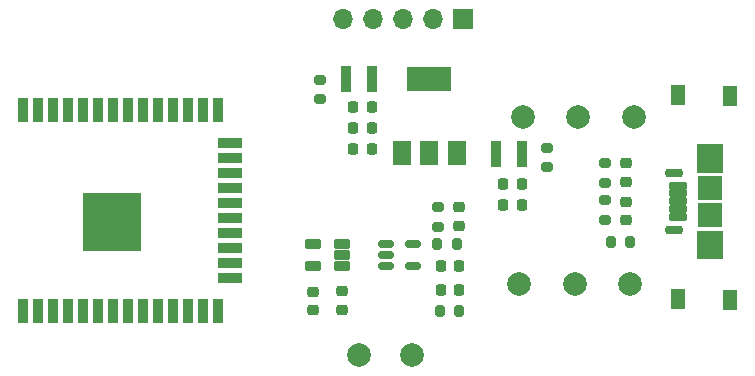
<source format=gbr>
%TF.GenerationSoftware,KiCad,Pcbnew,(6.0.7)*%
%TF.CreationDate,2024-04-28T10:14:19+07:00*%
%TF.ProjectId,ble_gateway,626c655f-6761-4746-9577-61792e6b6963,rev?*%
%TF.SameCoordinates,Original*%
%TF.FileFunction,Soldermask,Top*%
%TF.FilePolarity,Negative*%
%FSLAX46Y46*%
G04 Gerber Fmt 4.6, Leading zero omitted, Abs format (unit mm)*
G04 Created by KiCad (PCBNEW (6.0.7)) date 2024-04-28 10:14:19*
%MOMM*%
%LPD*%
G01*
G04 APERTURE LIST*
G04 Aperture macros list*
%AMRoundRect*
0 Rectangle with rounded corners*
0 $1 Rounding radius*
0 $2 $3 $4 $5 $6 $7 $8 $9 X,Y pos of 4 corners*
0 Add a 4 corners polygon primitive as box body*
4,1,4,$2,$3,$4,$5,$6,$7,$8,$9,$2,$3,0*
0 Add four circle primitives for the rounded corners*
1,1,$1+$1,$2,$3*
1,1,$1+$1,$4,$5*
1,1,$1+$1,$6,$7*
1,1,$1+$1,$8,$9*
0 Add four rect primitives between the rounded corners*
20,1,$1+$1,$2,$3,$4,$5,0*
20,1,$1+$1,$4,$5,$6,$7,0*
20,1,$1+$1,$6,$7,$8,$9,0*
20,1,$1+$1,$8,$9,$2,$3,0*%
G04 Aperture macros list end*
%ADD10C,0.010000*%
%ADD11C,2.000000*%
%ADD12R,5.000000X5.000000*%
%ADD13R,0.900000X2.000000*%
%ADD14R,2.000000X0.900000*%
%ADD15RoundRect,0.218750X-0.218750X-0.256250X0.218750X-0.256250X0.218750X0.256250X-0.218750X0.256250X0*%
%ADD16RoundRect,0.218750X-0.256250X0.218750X-0.256250X-0.218750X0.256250X-0.218750X0.256250X0.218750X0*%
%ADD17RoundRect,0.225000X0.250000X-0.225000X0.250000X0.225000X-0.250000X0.225000X-0.250000X-0.225000X0*%
%ADD18R,1.200000X1.700000*%
%ADD19RoundRect,0.102000X0.675000X-0.200000X0.675000X0.200000X-0.675000X0.200000X-0.675000X-0.200000X0*%
%ADD20RoundRect,0.233250X0.493750X-0.131250X0.493750X0.131250X-0.493750X0.131250X-0.493750X-0.131250X0*%
%ADD21O,1.754800X1.284000*%
%ADD22RoundRect,0.102000X0.950000X-0.900000X0.950000X0.900000X-0.950000X0.900000X-0.950000X-0.900000X0*%
%ADD23O,1.804400X1.274000*%
%ADD24RoundRect,0.225000X0.225000X0.250000X-0.225000X0.250000X-0.225000X-0.250000X0.225000X-0.250000X0*%
%ADD25RoundRect,0.225000X-0.225000X-0.250000X0.225000X-0.250000X0.225000X0.250000X-0.225000X0.250000X0*%
%ADD26RoundRect,0.200000X0.200000X0.275000X-0.200000X0.275000X-0.200000X-0.275000X0.200000X-0.275000X0*%
%ADD27RoundRect,0.200000X0.275000X-0.200000X0.275000X0.200000X-0.275000X0.200000X-0.275000X-0.200000X0*%
%ADD28R,1.500000X2.000000*%
%ADD29R,3.800000X2.000000*%
%ADD30RoundRect,0.154000X0.558000X0.273000X-0.558000X0.273000X-0.558000X-0.273000X0.558000X-0.273000X0*%
%ADD31RoundRect,0.154000X-0.558000X-0.273000X0.558000X-0.273000X0.558000X0.273000X-0.558000X0.273000X0*%
%ADD32R,0.850000X2.200000*%
%ADD33RoundRect,0.200000X-0.275000X0.200000X-0.275000X-0.200000X0.275000X-0.200000X0.275000X0.200000X0*%
%ADD34RoundRect,0.150000X-0.512500X-0.150000X0.512500X-0.150000X0.512500X0.150000X-0.512500X0.150000X0*%
%ADD35RoundRect,0.225000X-0.250000X0.225000X-0.250000X-0.225000X0.250000X-0.225000X0.250000X0.225000X0*%
%ADD36RoundRect,0.200000X-0.200000X-0.275000X0.200000X-0.275000X0.200000X0.275000X-0.200000X0.275000X0*%
%ADD37R,1.700000X1.700000*%
%ADD38O,1.700000X1.700000*%
G04 APERTURE END LIST*
%TO.C,J1*%
G36*
X146803220Y-102697840D02*
G01*
X144700000Y-102697840D01*
X144700000Y-100400000D01*
X146803220Y-100400000D01*
X146803220Y-102697840D01*
G37*
D10*
X146803220Y-102697840D02*
X144700000Y-102697840D01*
X144700000Y-100400000D01*
X146803220Y-100400000D01*
X146803220Y-102697840D01*
G36*
X146800630Y-110000810D02*
G01*
X144700000Y-110000810D01*
X144700000Y-107700000D01*
X146800630Y-107700000D01*
X146800630Y-110000810D01*
G37*
X146800630Y-110000810D02*
X144700000Y-110000810D01*
X144700000Y-107700000D01*
X146800630Y-107700000D01*
X146800630Y-110000810D01*
%TD*%
D11*
%TO.C,U6*%
X129600000Y-112245000D03*
X134300000Y-112245000D03*
X139000000Y-112245000D03*
%TD*%
D12*
%TO.C,U2*%
X95120000Y-107000000D03*
D13*
X87620000Y-97500000D03*
X88890000Y-97500000D03*
X90160000Y-97500000D03*
X91430000Y-97500000D03*
X92700000Y-97500000D03*
X93970000Y-97500000D03*
X95240000Y-97500000D03*
X96510000Y-97500000D03*
X97780000Y-97500000D03*
X99050000Y-97500000D03*
X100320000Y-97500000D03*
X101590000Y-97500000D03*
X102860000Y-97500000D03*
X104130000Y-97500000D03*
D14*
X105130000Y-100285000D03*
X105130000Y-101555000D03*
X105130000Y-102825000D03*
X105130000Y-104095000D03*
X105130000Y-105365000D03*
X105130000Y-106635000D03*
X105130000Y-107905000D03*
X105130000Y-109175000D03*
X105130000Y-110445000D03*
X105130000Y-111715000D03*
D13*
X104130000Y-114500000D03*
X102860000Y-114500000D03*
X101590000Y-114500000D03*
X100320000Y-114500000D03*
X99050000Y-114500000D03*
X97780000Y-114500000D03*
X96510000Y-114500000D03*
X95240000Y-114500000D03*
X93970000Y-114500000D03*
X92700000Y-114500000D03*
X91430000Y-114500000D03*
X90160000Y-114500000D03*
X88890000Y-114500000D03*
X87620000Y-114500000D03*
%TD*%
D15*
%TO.C,D1*%
X128231500Y-105534400D03*
X129806500Y-105534400D03*
%TD*%
D16*
%TO.C,D2*%
X124520000Y-105712500D03*
X124520000Y-107287500D03*
%TD*%
D17*
%TO.C,C13*%
X112140000Y-114420000D03*
X112140000Y-112870000D03*
%TD*%
D18*
%TO.C,SW2*%
X147450000Y-113555000D03*
X143050000Y-113505000D03*
%TD*%
D19*
%TO.C,J1*%
X143075000Y-106500000D03*
X143075000Y-105850000D03*
X143075000Y-105200000D03*
X143075000Y-104550000D03*
X143075000Y-103900000D03*
D20*
X142750000Y-107625000D03*
X142750000Y-102775000D03*
D21*
X145750000Y-108710000D03*
D22*
X145750000Y-106350000D03*
X145750000Y-104050000D03*
D23*
X145774800Y-101685000D03*
%TD*%
D24*
%TO.C,C4*%
X117105000Y-97260000D03*
X115555000Y-97260000D03*
%TD*%
D25*
%TO.C,C14*%
X122975000Y-112750000D03*
X124525000Y-112750000D03*
%TD*%
D26*
%TO.C,R8*%
X124325000Y-108800000D03*
X122675000Y-108800000D03*
%TD*%
D11*
%TO.C,J2*%
X120520000Y-118245000D03*
X116020000Y-118245000D03*
%TD*%
D17*
%TO.C,C6*%
X138630600Y-103543400D03*
X138630600Y-101993400D03*
%TD*%
D24*
%TO.C,C8*%
X117115000Y-100770000D03*
X115565000Y-100770000D03*
%TD*%
D27*
%TO.C,R6*%
X136840000Y-106795000D03*
X136840000Y-105145000D03*
%TD*%
D28*
%TO.C,U1*%
X119700000Y-101150000D03*
D29*
X122000000Y-94850000D03*
D28*
X122000000Y-101150000D03*
X124300000Y-101150000D03*
%TD*%
D30*
%TO.C,U5*%
X114632500Y-110700000D03*
X114632500Y-109760000D03*
X114632500Y-108820000D03*
D31*
X112142500Y-108820000D03*
X112142500Y-110700000D03*
%TD*%
D18*
%TO.C,SW1*%
X147450000Y-96305000D03*
X143050000Y-96255000D03*
%TD*%
D26*
%TO.C,R10*%
X124525000Y-114530000D03*
X122875000Y-114530000D03*
%TD*%
D32*
%TO.C,C3*%
X117110000Y-94850000D03*
X114910000Y-94850000D03*
%TD*%
D27*
%TO.C,R1*%
X132000000Y-102325000D03*
X132000000Y-100675000D03*
%TD*%
D33*
%TO.C,R3*%
X136840000Y-101995000D03*
X136840000Y-103645000D03*
%TD*%
D11*
%TO.C,U4*%
X139300000Y-98055000D03*
X134600000Y-98055000D03*
X129900000Y-98055000D03*
%TD*%
D34*
%TO.C,U3*%
X120637500Y-108800000D03*
X120637500Y-110700000D03*
X118362500Y-110700000D03*
X118362500Y-109750000D03*
X118362500Y-108800000D03*
%TD*%
D27*
%TO.C,R4*%
X112750000Y-96575000D03*
X112750000Y-94925000D03*
%TD*%
D24*
%TO.C,C7*%
X117105000Y-99030000D03*
X115555000Y-99030000D03*
%TD*%
D35*
%TO.C,C10*%
X138630600Y-105243400D03*
X138630600Y-106793400D03*
%TD*%
D32*
%TO.C,C1*%
X129850000Y-101250000D03*
X127650000Y-101250000D03*
%TD*%
D25*
%TO.C,C2*%
X128257000Y-103750000D03*
X129807000Y-103750000D03*
%TD*%
D36*
%TO.C,R9*%
X137355000Y-108620000D03*
X139005000Y-108620000D03*
%TD*%
D24*
%TO.C,C11*%
X124535000Y-110700000D03*
X122985000Y-110700000D03*
%TD*%
D37*
%TO.C,J3*%
X124825000Y-89750000D03*
D38*
X122285000Y-89750000D03*
X119745000Y-89750000D03*
X117205000Y-89750000D03*
X114665000Y-89750000D03*
%TD*%
D27*
%TO.C,R7*%
X122710000Y-107365000D03*
X122710000Y-105715000D03*
%TD*%
D35*
%TO.C,C12*%
X114640000Y-112830000D03*
X114640000Y-114380000D03*
%TD*%
M02*

</source>
